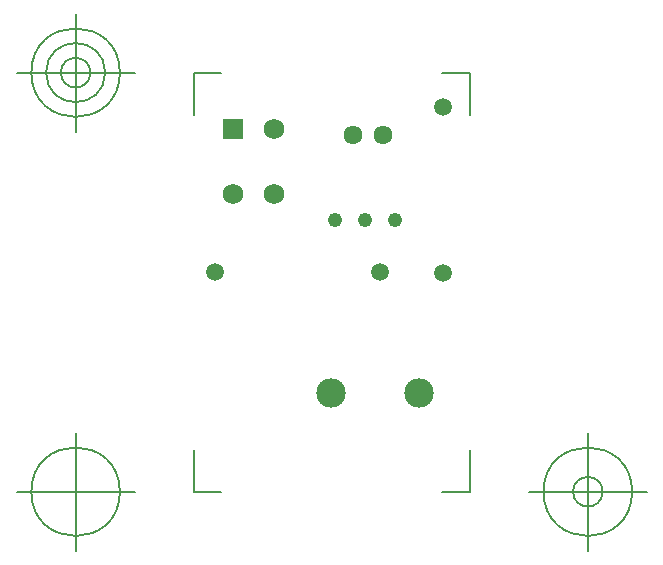
<source format=gbr>
G04 Generated by Ultiboard 14.2 *
%FSLAX34Y34*%
%MOMM*%

%ADD10C,0.0001*%
%ADD11C,0.1270*%
%ADD12C,1.0000*%
%ADD13C,1.6088*%
%ADD14C,2.4978*%
%ADD15C,1.2446*%
%ADD16C,1.5000*%
%ADD17C,1.7526*%
%ADD18R,1.7526X1.7526*%


G04 ColorRGB 9900CC for the following layer *
%LNSolder Mask Bottom*%
%LPD*%
G54D10*
G54D11*
X-2540Y647700D02*
X-2540Y683184D01*
X-2540Y647700D02*
X20828Y647700D01*
X231140Y647700D02*
X207772Y647700D01*
X231140Y647700D02*
X231140Y683184D01*
X231140Y1002540D02*
X231140Y967056D01*
X231140Y1002540D02*
X207772Y1002540D01*
X-2540Y1002540D02*
X20828Y1002540D01*
X-2540Y1002540D02*
X-2540Y967056D01*
X-52540Y647700D02*
X-152540Y647700D01*
X-102540Y597700D02*
X-102540Y697700D01*
X-140040Y647700D02*
G75*
D01*
G02X-140040Y647700I37500J0*
G01*
X281140Y647700D02*
X381140Y647700D01*
X331140Y597700D02*
X331140Y697700D01*
X293640Y647700D02*
G75*
D01*
G02X293640Y647700I37500J0*
G01*
X318640Y647700D02*
G75*
D01*
G02X318640Y647700I12500J0*
G01*
X-52540Y1002540D02*
X-152540Y1002540D01*
X-102540Y952540D02*
X-102540Y1052540D01*
X-140040Y1002540D02*
G75*
D01*
G02X-140040Y1002540I37500J0*
G01*
X-127540Y1002540D02*
G75*
D01*
G02X-127540Y1002540I25000J0*
G01*
X-115040Y1002540D02*
G75*
D01*
G02X-115040Y1002540I12500J0*
G01*
G54D12*
X30480Y901700D03*
G54D13*
X157480Y949960D03*
X132080Y949960D03*
G54D14*
X187960Y731520D03*
X113877Y731520D03*
G54D15*
X167640Y878005D03*
X142240Y878005D03*
X116840Y878005D03*
G54D16*
X208280Y973120D03*
X208280Y833120D03*
X15240Y833420D03*
X155240Y833420D03*
G54D17*
X65480Y900040D03*
X30480Y900040D03*
X65480Y955040D03*
G54D18*
X30480Y955040D03*

M02*

</source>
